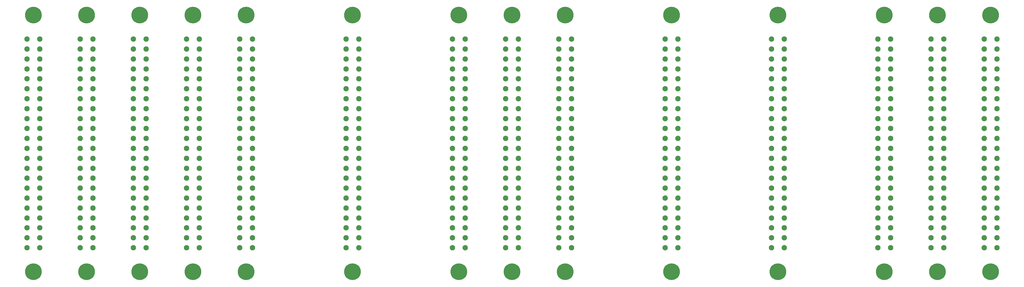
<source format=gbs>
G04 start of page 7 for group -4062 idx -4062 *
G04 Title: (unknown), soldermask *
G04 Creator: pcb 20110918 *
G04 CreationDate: Mon May  5 15:54:35 2014 UTC *
G04 For: fosse *
G04 Format: Gerber/RS-274X *
G04 PCB-Dimensions: 2025000 500000 *
G04 PCB-Coordinate-Origin: lower left *
%MOIN*%
%FSLAX25Y25*%
%LNBOTTOMMASK*%
%ADD38C,0.2620*%
%ADD37C,0.0840*%
G54D37*X104333Y436200D03*
Y420600D03*
Y405000D03*
Y389400D03*
Y373800D03*
Y358200D03*
Y342600D03*
Y327000D03*
Y311400D03*
Y295800D03*
Y280200D03*
X124333Y436200D03*
Y420600D03*
Y405000D03*
Y389400D03*
Y373800D03*
Y358200D03*
Y342600D03*
Y327000D03*
Y311400D03*
Y295800D03*
Y280200D03*
X207666Y373800D03*
Y358200D03*
Y342600D03*
Y327000D03*
Y311400D03*
Y295800D03*
Y280200D03*
X187666Y358200D03*
Y342600D03*
Y327000D03*
Y311400D03*
Y295800D03*
Y280200D03*
G54D38*X197666Y474000D03*
X280999D03*
G54D37*X270999Y436200D03*
X207666D03*
X187666D03*
Y420600D03*
X207666D03*
Y405000D03*
Y389400D03*
X187666Y405000D03*
Y389400D03*
Y373800D03*
X270999Y420600D03*
Y405000D03*
Y389400D03*
Y373800D03*
Y358200D03*
Y342600D03*
Y327000D03*
Y311400D03*
Y295800D03*
Y280200D03*
X290999Y436200D03*
Y420600D03*
Y405000D03*
Y389400D03*
Y373800D03*
Y358200D03*
Y342600D03*
Y327000D03*
Y311400D03*
Y295800D03*
Y280200D03*
G54D38*X364332Y474000D03*
G54D37*X374332Y436200D03*
X354332D03*
Y420600D03*
X374332D03*
Y405000D03*
Y389400D03*
X354332Y405000D03*
Y389400D03*
Y373800D03*
X374332D03*
Y358200D03*
Y342600D03*
Y327000D03*
Y311400D03*
Y295800D03*
Y280200D03*
X354332Y358200D03*
Y342600D03*
Y327000D03*
Y311400D03*
Y295800D03*
Y280200D03*
G54D38*X530998Y474000D03*
G54D37*X540998Y436200D03*
X520998D03*
Y420600D03*
X540998D03*
Y405000D03*
Y389400D03*
X520998Y405000D03*
Y389400D03*
Y373800D03*
X540998D03*
Y358200D03*
Y342600D03*
Y327000D03*
Y311400D03*
Y295800D03*
Y280200D03*
X520998Y358200D03*
Y342600D03*
Y327000D03*
Y311400D03*
Y295800D03*
Y280200D03*
G54D38*X697664Y474000D03*
G54D37*X707664Y436200D03*
X687664D03*
X707664Y420600D03*
X687664D03*
X707664Y405000D03*
X687664D03*
Y389400D03*
X707664D03*
Y373800D03*
Y358200D03*
Y342600D03*
Y327000D03*
Y311400D03*
Y295800D03*
Y280200D03*
X687664Y373800D03*
Y358200D03*
Y342600D03*
Y327000D03*
Y311400D03*
Y295800D03*
Y280200D03*
G54D38*X31000Y70800D03*
X114333D03*
X197666D03*
G54D37*X21000Y264600D03*
Y249000D03*
Y233400D03*
Y217800D03*
Y202200D03*
Y186600D03*
Y171000D03*
Y155400D03*
Y139800D03*
Y124200D03*
Y108600D03*
X41000Y202200D03*
Y186600D03*
Y171000D03*
Y155400D03*
Y139800D03*
Y124200D03*
Y108600D03*
X104333Y233400D03*
Y217800D03*
Y202200D03*
Y186600D03*
Y171000D03*
Y155400D03*
Y139800D03*
Y124200D03*
Y108600D03*
X270999Y202200D03*
X290999D03*
X270999Y186600D03*
X290999D03*
X270999Y171000D03*
X290999D03*
X270999Y155400D03*
X290999D03*
X270999Y139800D03*
X290999D03*
X270999Y233400D03*
Y217800D03*
X290999Y233400D03*
Y217800D03*
X187666Y124200D03*
X270999D03*
X290999D03*
X187666Y108600D03*
X270999D03*
X290999D03*
G54D38*X280999Y70800D03*
X364332D03*
X530998D03*
G54D37*X374332Y124200D03*
X354332D03*
X540998D03*
X520998D03*
X374332Y108600D03*
X354332D03*
X540998D03*
X520998D03*
G54D38*X31000Y474000D03*
G54D37*X21000Y436200D03*
Y420600D03*
Y405000D03*
Y389400D03*
Y373800D03*
X41000Y436200D03*
Y420600D03*
Y405000D03*
Y389400D03*
Y373800D03*
G54D38*X114333Y474000D03*
G54D37*X41000Y358200D03*
X21000D03*
X41000Y342600D03*
X21000D03*
X41000Y327000D03*
X21000D03*
Y311400D03*
Y295800D03*
Y280200D03*
X41000Y311400D03*
Y295800D03*
Y280200D03*
Y264600D03*
Y249000D03*
Y233400D03*
Y217800D03*
X104333Y264600D03*
Y249000D03*
X124333Y264600D03*
Y249000D03*
Y233400D03*
Y217800D03*
Y202200D03*
Y186600D03*
Y171000D03*
Y155400D03*
Y139800D03*
Y124200D03*
Y108600D03*
X207666Y264600D03*
X187666D03*
X207666Y249000D03*
X187666D03*
X207666Y233400D03*
X187666D03*
X207666Y217800D03*
X187666D03*
Y202200D03*
X207666D03*
Y186600D03*
Y171000D03*
Y155400D03*
Y139800D03*
Y124200D03*
Y108600D03*
X187666Y186600D03*
Y171000D03*
Y155400D03*
Y139800D03*
X270999Y264600D03*
Y249000D03*
X290999Y264600D03*
Y249000D03*
X374332Y264600D03*
X354332D03*
X374332Y249000D03*
X354332D03*
X374332Y233400D03*
X354332D03*
X374332Y217800D03*
X354332D03*
Y202200D03*
X374332D03*
Y186600D03*
Y171000D03*
Y155400D03*
Y139800D03*
X354332Y186600D03*
Y171000D03*
Y155400D03*
Y139800D03*
X540998Y264600D03*
X520998D03*
X707664D03*
X687664D03*
X540998Y249000D03*
X520998D03*
X707664D03*
X687664D03*
X540998Y233400D03*
X520998D03*
X707664D03*
X687664D03*
X540998Y217800D03*
X520998D03*
Y202200D03*
X707664D03*
X687664Y217800D03*
Y202200D03*
X540998D03*
Y186600D03*
Y171000D03*
Y155400D03*
Y139800D03*
X520998Y186600D03*
Y171000D03*
Y155400D03*
Y139800D03*
X707664Y217800D03*
Y186600D03*
Y171000D03*
Y155400D03*
Y139800D03*
X687664Y186600D03*
Y171000D03*
Y155400D03*
Y139800D03*
G54D38*X1447661Y474000D03*
X1530994D03*
X1364328D03*
G54D37*X1437661Y436200D03*
X1457661D03*
Y420600D03*
X1437661D03*
Y405000D03*
Y389400D03*
X1457661Y405000D03*
Y389400D03*
Y373800D03*
X1540994Y436200D03*
Y420600D03*
Y405000D03*
X1520994Y436200D03*
Y420600D03*
Y405000D03*
X1437661Y233400D03*
Y217800D03*
Y202200D03*
Y186600D03*
Y171000D03*
Y155400D03*
Y139800D03*
X1457661Y233400D03*
Y217800D03*
Y202200D03*
Y186600D03*
Y171000D03*
Y155400D03*
Y139800D03*
G54D38*X1447661Y70800D03*
G54D37*X1437661Y124200D03*
Y108600D03*
X1457661Y124200D03*
Y108600D03*
X1540994Y233400D03*
Y217800D03*
Y202200D03*
Y186600D03*
Y171000D03*
Y155400D03*
Y139800D03*
X1520994Y155400D03*
Y139800D03*
G54D38*X1530994Y70800D03*
G54D37*X1520994Y124200D03*
Y108600D03*
X1437661Y373800D03*
Y358200D03*
Y342600D03*
Y327000D03*
Y311400D03*
Y295800D03*
X1457661Y358200D03*
Y342600D03*
Y327000D03*
Y311400D03*
Y295800D03*
X1540994Y389400D03*
Y373800D03*
Y358200D03*
Y342600D03*
Y327000D03*
Y311400D03*
Y295800D03*
X1520994Y389400D03*
Y373800D03*
Y358200D03*
Y342600D03*
Y327000D03*
Y311400D03*
Y295800D03*
X1374328Y436200D03*
Y420600D03*
X1354328Y436200D03*
Y420600D03*
Y405000D03*
X1374328D03*
Y389400D03*
Y373800D03*
Y358200D03*
Y342600D03*
Y327000D03*
Y311400D03*
Y295800D03*
X1354328Y389400D03*
Y373800D03*
Y358200D03*
Y342600D03*
Y327000D03*
Y311400D03*
Y295800D03*
X1437661Y280200D03*
X1457661D03*
X1540994D03*
X1520994D03*
X1437661Y264600D03*
X1540994D03*
X1520994D03*
X1457661D03*
Y249000D03*
X1540994D03*
X1520994D03*
Y233400D03*
Y217800D03*
Y202200D03*
Y186600D03*
Y171000D03*
X1374328Y186600D03*
Y171000D03*
Y155400D03*
Y139800D03*
X1354328Y186600D03*
Y171000D03*
Y155400D03*
Y139800D03*
X1437661Y249000D03*
X1374328Y280200D03*
X1354328D03*
X1374328Y264600D03*
X1354328D03*
X1374328Y233400D03*
Y217800D03*
Y202200D03*
Y249000D03*
X1354328D03*
Y233400D03*
Y217800D03*
Y202200D03*
G54D38*X697664Y70800D03*
G54D37*X707664Y124200D03*
Y108600D03*
X687664Y124200D03*
Y108600D03*
G54D38*X780997Y70800D03*
G54D37*X770997Y124200D03*
Y108600D03*
X790997Y124200D03*
Y108600D03*
X1040996Y280200D03*
X1020996D03*
Y264600D03*
Y249000D03*
X1040996Y264600D03*
X874330Y280200D03*
X854330D03*
Y264600D03*
Y249000D03*
X874330Y264600D03*
Y249000D03*
Y233400D03*
Y217800D03*
Y202200D03*
Y186600D03*
Y171000D03*
Y155400D03*
Y139800D03*
Y108600D03*
X854330Y233400D03*
Y217800D03*
Y202200D03*
Y186600D03*
Y171000D03*
Y155400D03*
Y139800D03*
Y124200D03*
Y108600D03*
X770997Y280200D03*
X790997D03*
Y264600D03*
Y249000D03*
X770997Y264600D03*
Y249000D03*
Y233400D03*
Y217800D03*
Y202200D03*
Y186600D03*
Y171000D03*
Y155400D03*
Y139800D03*
X790997Y233400D03*
Y217800D03*
Y202200D03*
Y186600D03*
Y171000D03*
Y155400D03*
Y139800D03*
G54D38*X1197662Y474000D03*
G54D37*X1207662Y436200D03*
X1187662D03*
Y420600D03*
X1207662D03*
Y405000D03*
Y389400D03*
X1187662Y405000D03*
Y389400D03*
Y373800D03*
X1207662D03*
Y358200D03*
Y342600D03*
Y327000D03*
Y311400D03*
Y295800D03*
X1187662Y358200D03*
Y342600D03*
Y327000D03*
Y311400D03*
Y295800D03*
G54D38*X1030996Y474000D03*
G54D37*X1040996Y436200D03*
X1020996D03*
X1040996Y420600D03*
X1020996D03*
X1040996Y405000D03*
X1020996D03*
Y389400D03*
X1040996D03*
Y373800D03*
Y358200D03*
Y342600D03*
Y327000D03*
Y311400D03*
Y295800D03*
X1020996Y373800D03*
Y358200D03*
Y342600D03*
Y327000D03*
Y311400D03*
Y295800D03*
G54D38*X864330Y474000D03*
G54D37*X874330Y436200D03*
X854330D03*
X874330Y420600D03*
X854330D03*
G54D38*X780997Y474000D03*
G54D37*X874330Y405000D03*
X854330D03*
Y389400D03*
X874330D03*
Y373800D03*
Y358200D03*
Y342600D03*
Y327000D03*
Y311400D03*
Y295800D03*
X854330Y373800D03*
Y358200D03*
Y342600D03*
Y327000D03*
Y311400D03*
Y295800D03*
X770997Y436200D03*
Y420600D03*
Y405000D03*
Y389400D03*
Y373800D03*
Y358200D03*
Y342600D03*
Y327000D03*
Y311400D03*
Y295800D03*
X790997Y436200D03*
Y420600D03*
Y405000D03*
Y389400D03*
Y373800D03*
Y358200D03*
Y342600D03*
Y327000D03*
Y311400D03*
Y295800D03*
X1207662Y280200D03*
Y264600D03*
Y249000D03*
X1187662Y280200D03*
Y264600D03*
Y249000D03*
X1207662Y233400D03*
Y217800D03*
Y202200D03*
Y186600D03*
Y171000D03*
Y155400D03*
Y139800D03*
X1187662Y233400D03*
Y217800D03*
Y202200D03*
Y186600D03*
Y171000D03*
Y155400D03*
Y139800D03*
X1040996Y249000D03*
Y233400D03*
Y217800D03*
Y202200D03*
Y186600D03*
Y171000D03*
Y155400D03*
Y139800D03*
X1020996Y233400D03*
Y217800D03*
Y202200D03*
Y186600D03*
Y171000D03*
Y155400D03*
Y139800D03*
X1540994Y124200D03*
Y108600D03*
G54D38*X1364328Y70800D03*
X1197662D03*
X1030996D03*
X864330D03*
G54D37*X1374328Y124200D03*
X1354328D03*
X1207662D03*
X1187662D03*
X1374328Y108600D03*
X1354328D03*
X1207662D03*
X1187662D03*
X1040996D03*
X1020996D03*
X1040996Y124200D03*
X1020996D03*
X874330D03*
M02*

</source>
